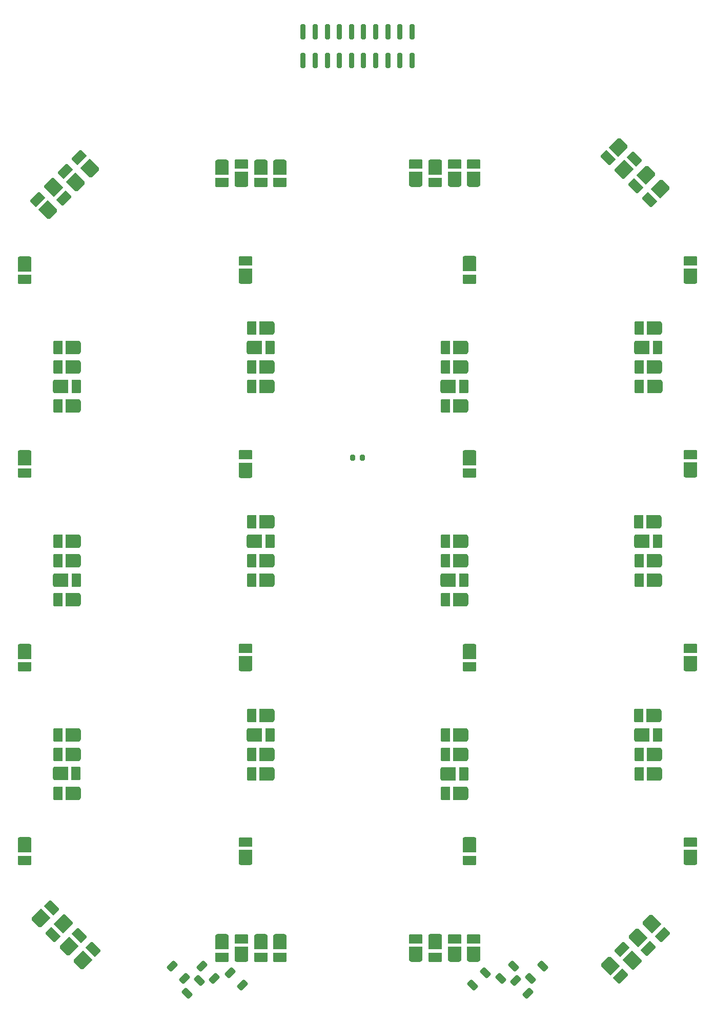
<source format=gtp>
G04 #@! TF.GenerationSoftware,KiCad,Pcbnew,9.0.1-rc2*
G04 #@! TF.CreationDate,2025-11-09T14:34:19-08:00*
G04 #@! TF.ProjectId,bsl_array_v1,62736c5f-6172-4726-9179-5f76312e6b69,2*
G04 #@! TF.SameCoordinates,Original*
G04 #@! TF.FileFunction,Paste,Top*
G04 #@! TF.FilePolarity,Positive*
%FSLAX46Y46*%
G04 Gerber Fmt 4.6, Leading zero omitted, Abs format (unit mm)*
G04 Created by KiCad (PCBNEW 9.0.1-rc2) date 2025-11-09 14:34:19*
%MOMM*%
%LPD*%
G01*
G04 APERTURE LIST*
G04 Aperture macros list*
%AMRoundRect*
0 Rectangle with rounded corners*
0 $1 Rounding radius*
0 $2 $3 $4 $5 $6 $7 $8 $9 X,Y pos of 4 corners*
0 Add a 4 corners polygon primitive as box body*
4,1,4,$2,$3,$4,$5,$6,$7,$8,$9,$2,$3,0*
0 Add four circle primitives for the rounded corners*
1,1,$1+$1,$2,$3*
1,1,$1+$1,$4,$5*
1,1,$1+$1,$6,$7*
1,1,$1+$1,$8,$9*
0 Add four rect primitives between the rounded corners*
20,1,$1+$1,$2,$3,$4,$5,0*
20,1,$1+$1,$4,$5,$6,$7,0*
20,1,$1+$1,$6,$7,$8,$9,0*
20,1,$1+$1,$8,$9,$2,$3,0*%
%AMFreePoly0*
4,1,15,-1.250000,0.770000,-1.238756,0.855410,-1.190320,0.959280,-1.109280,1.040320,-1.005410,1.088756,-0.920000,1.100000,1.250000,1.100000,1.250000,-1.100000,-0.920000,-1.100000,-1.005410,-1.088756,-1.109280,-1.040320,-1.190320,-0.959280,-1.238756,-0.855410,-1.250000,-0.770000,-1.250000,0.770000,-1.250000,0.770000,$1*%
%AMFreePoly1*
4,1,13,-0.775000,1.100000,0.542500,1.100000,0.631474,1.082303,0.706902,1.031902,0.757302,0.956474,0.775000,0.867500,0.775000,-0.867500,0.757302,-0.956474,0.706902,-1.031902,0.631474,-1.082303,0.542500,-1.100000,-0.775000,-1.100000,-0.775000,1.100000,-0.775000,1.100000,$1*%
%AMFreePoly2*
4,1,17,-1.250000,0.660000,-1.242329,0.741801,-1.199011,0.865598,-1.121127,0.971127,-1.015598,1.049011,-0.891801,1.092329,-0.810000,1.100000,1.250000,1.100000,1.250000,-1.100000,-0.810000,-1.100000,-0.891801,-1.092329,-1.015598,-1.049011,-1.121127,-0.971127,-1.199011,-0.865598,-1.242329,-0.741801,-1.250000,-0.660000,-1.250000,0.660000,-1.250000,0.660000,$1*%
G04 Aperture macros list end*
%ADD10RoundRect,0.200000X0.200000X-1.050000X0.200000X1.050000X-0.200000X1.050000X-0.200000X-1.050000X0*%
%ADD11FreePoly0,135.000000*%
%ADD12FreePoly1,135.000000*%
%ADD13FreePoly0,90.000000*%
%ADD14FreePoly1,90.000000*%
%ADD15FreePoly2,270.000000*%
%ADD16FreePoly1,270.000000*%
%ADD17FreePoly0,270.000000*%
%ADD18RoundRect,0.250000X0.220971X-0.662913X0.662913X-0.220971X-0.220971X0.662913X-0.662913X0.220971X0*%
%ADD19FreePoly2,315.000000*%
%ADD20FreePoly1,315.000000*%
%ADD21FreePoly2,180.000000*%
%ADD22FreePoly1,180.000000*%
%ADD23FreePoly2,90.000000*%
%ADD24FreePoly0,0.000000*%
%ADD25FreePoly1,0.000000*%
%ADD26RoundRect,0.250000X-0.662913X-0.220971X-0.220971X-0.662913X0.662913X0.220971X0.220971X0.662913X0*%
%ADD27FreePoly0,315.000000*%
%ADD28FreePoly0,225.000000*%
%ADD29FreePoly1,225.000000*%
%ADD30FreePoly2,135.000000*%
%ADD31FreePoly2,225.000000*%
%ADD32FreePoly2,45.000000*%
%ADD33FreePoly1,45.000000*%
%ADD34FreePoly0,45.000000*%
%ADD35RoundRect,0.200000X-0.200000X-0.275000X0.200000X-0.275000X0.200000X0.275000X-0.200000X0.275000X0*%
%ADD36RoundRect,0.250000X0.662913X0.220971X0.220971X0.662913X-0.662913X-0.220971X-0.220971X-0.662913X0*%
G04 APERTURE END LIST*
D10*
X82000000Y-20100000D03*
X82000000Y-24900000D03*
X84000000Y-20100000D03*
X84000000Y-24900000D03*
X86000000Y-20100000D03*
X86000000Y-24900000D03*
X88000000Y-20100000D03*
X88000000Y-24900000D03*
X90000000Y-20100000D03*
X90000000Y-24900000D03*
X92000000Y-20100000D03*
X92000000Y-24900000D03*
X94000000Y-20100000D03*
X94000000Y-24900000D03*
X96000000Y-20100000D03*
X96000000Y-24900000D03*
X98000000Y-20100000D03*
X98000000Y-24900000D03*
X100000000Y-20100000D03*
X100000000Y-24900000D03*
D11*
X136442462Y-173542462D03*
D12*
X134621662Y-171721662D03*
D13*
X146000000Y-60550000D03*
D14*
X146000000Y-57975000D03*
D15*
X68600000Y-42450000D03*
D16*
X68600000Y-45025000D03*
D17*
X103800000Y-170450000D03*
D16*
X103800000Y-173025000D03*
D18*
X114665856Y-176534144D03*
X116734144Y-174465856D03*
D19*
X132657538Y-174357538D03*
D20*
X134478338Y-176178338D03*
D21*
X44050000Y-81900000D03*
D22*
X41475000Y-81900000D03*
D21*
X76050000Y-142700000D03*
D22*
X73475000Y-142700000D03*
D21*
X108050000Y-145899999D03*
D22*
X105475000Y-145899999D03*
D21*
X108050000Y-139500000D03*
D22*
X105475000Y-139500000D03*
D23*
X110200000Y-172550000D03*
D14*
X110200000Y-169975000D03*
D13*
X72500000Y-60550000D03*
D14*
X72500000Y-57975000D03*
D17*
X103800000Y-42450000D03*
D16*
X103800000Y-45025000D03*
D13*
X71800000Y-172550000D03*
D14*
X71800000Y-169975000D03*
D21*
X44050000Y-145900000D03*
D22*
X41475000Y-145900000D03*
D15*
X78200000Y-42450000D03*
D16*
X78200000Y-45025000D03*
D13*
X71800000Y-44550000D03*
D14*
X71800000Y-41975000D03*
D24*
X105950000Y-110700000D03*
D25*
X108525000Y-110700000D03*
D17*
X36000000Y-90450000D03*
D16*
X36000000Y-93025000D03*
D26*
X117115855Y-176865856D03*
X119184143Y-178934144D03*
D24*
X73950000Y-136300000D03*
D25*
X76525000Y-136300000D03*
D27*
X40715076Y-45815076D03*
D20*
X42535876Y-47635876D03*
D19*
X139557538Y-167457538D03*
D20*
X141378338Y-169278338D03*
D21*
X140050000Y-139500000D03*
D22*
X137475000Y-139500000D03*
D28*
X42442462Y-167457538D03*
D29*
X40621662Y-169278338D03*
D21*
X44050000Y-72300000D03*
D22*
X41475000Y-72300000D03*
D21*
X76050000Y-75500000D03*
D22*
X73475000Y-75500000D03*
D24*
X41925000Y-142675000D03*
D25*
X44500000Y-142675000D03*
D30*
X44500000Y-45000000D03*
D12*
X42679200Y-43179200D03*
D24*
X41950000Y-110700001D03*
D25*
X44525000Y-110700001D03*
D13*
X72500000Y-124550000D03*
D14*
X72500000Y-121975000D03*
D21*
X140100000Y-78700000D03*
D22*
X137525000Y-78700000D03*
D17*
X109500000Y-154450000D03*
D16*
X109500000Y-157025000D03*
D31*
X134142462Y-39157538D03*
D29*
X132321662Y-40978338D03*
D15*
X75000000Y-170450000D03*
D16*
X75000000Y-173025000D03*
D21*
X76050000Y-139500000D03*
D22*
X73475000Y-139500000D03*
D32*
X38657538Y-166642462D03*
D33*
X40478338Y-164821662D03*
D21*
X140050000Y-69100000D03*
D22*
X137475000Y-69100000D03*
D21*
X44050000Y-75500000D03*
D22*
X41475000Y-75500000D03*
D24*
X41950000Y-78700000D03*
D25*
X44525000Y-78700000D03*
D13*
X146000000Y-156550000D03*
D14*
X146000000Y-153975000D03*
D34*
X134957538Y-42942462D03*
D33*
X136778338Y-41121662D03*
D24*
X105950000Y-142700000D03*
D25*
X108525000Y-142700000D03*
D30*
X39900000Y-49600000D03*
D12*
X38079200Y-47779200D03*
D24*
X137950000Y-136300000D03*
D25*
X140525000Y-136300000D03*
D24*
X105950000Y-78700000D03*
D25*
X108525000Y-78700000D03*
D13*
X146000000Y-92550000D03*
D14*
X146000000Y-89975000D03*
D21*
X108050000Y-136300000D03*
D22*
X105475000Y-136300000D03*
D21*
X108050000Y-113899999D03*
D22*
X105475000Y-113899999D03*
D32*
X45557538Y-173542462D03*
D33*
X47378338Y-171721662D03*
D30*
X46800000Y-42700000D03*
D12*
X44979200Y-40879200D03*
D24*
X73950000Y-72300000D03*
D25*
X76525000Y-72300000D03*
D21*
X108050000Y-104300000D03*
D22*
X105475000Y-104300000D03*
D21*
X76050000Y-110700000D03*
D22*
X73475000Y-110700000D03*
D21*
X76050000Y-107500000D03*
D22*
X73475000Y-107500000D03*
D17*
X109500000Y-90450000D03*
D16*
X109500000Y-93025000D03*
D24*
X137950000Y-72300000D03*
D25*
X140525000Y-72300000D03*
D21*
X44050000Y-113900000D03*
D22*
X41475000Y-113900000D03*
D21*
X108050000Y-72300000D03*
D22*
X105475000Y-72300000D03*
D21*
X108050000Y-107500000D03*
D22*
X105475000Y-107500000D03*
D21*
X76050000Y-78700000D03*
D22*
X73475000Y-78700000D03*
D21*
X140050000Y-142700000D03*
D22*
X137475000Y-142700000D03*
D23*
X100600000Y-44550000D03*
D14*
X100600000Y-41975000D03*
D15*
X68600000Y-170450000D03*
D16*
X68600000Y-173025000D03*
D21*
X139975000Y-133075000D03*
D22*
X137400000Y-133075000D03*
D17*
X109500000Y-122450000D03*
D16*
X109500000Y-125025000D03*
D23*
X100600000Y-172550000D03*
D14*
X100600000Y-169975000D03*
D21*
X139975000Y-101075000D03*
D22*
X137400000Y-101075000D03*
D13*
X72500000Y-92575000D03*
D14*
X72500000Y-90000000D03*
D13*
X146000000Y-124550000D03*
D14*
X146000000Y-121975000D03*
D13*
X72500000Y-156550000D03*
D14*
X72500000Y-153975000D03*
D24*
X137950000Y-104300000D03*
D25*
X140525000Y-104300000D03*
D23*
X107000000Y-172550000D03*
D14*
X107000000Y-169975000D03*
D18*
X110015856Y-177634144D03*
X112084144Y-175565856D03*
D21*
X44075000Y-139475000D03*
D22*
X41500000Y-139475000D03*
D21*
X44075000Y-136275000D03*
D22*
X41500000Y-136275000D03*
D21*
X44050001Y-104300000D03*
D22*
X41475001Y-104300000D03*
D23*
X110200000Y-44550000D03*
D14*
X110200000Y-41975000D03*
D21*
X108050000Y-75500000D03*
D22*
X105475000Y-75500000D03*
D21*
X140050000Y-75500000D03*
D22*
X137475000Y-75500000D03*
D21*
X44050000Y-107500000D03*
D22*
X41475000Y-107500000D03*
D21*
X76050000Y-101100001D03*
D22*
X73475000Y-101100001D03*
D17*
X36000000Y-122450000D03*
D16*
X36000000Y-125025000D03*
D21*
X76075000Y-69100000D03*
D22*
X73500000Y-69100000D03*
D15*
X78200000Y-170450000D03*
D16*
X78200000Y-173025000D03*
D35*
X90175000Y-90500000D03*
X91825000Y-90500000D03*
D18*
X62815856Y-178934144D03*
X64884144Y-176865856D03*
D24*
X73950000Y-104300000D03*
D25*
X76525000Y-104300000D03*
D26*
X60365856Y-174465856D03*
X62434144Y-176534144D03*
X65265856Y-174465856D03*
X67334144Y-176534144D03*
D21*
X76050000Y-133100001D03*
D22*
X73475000Y-133100001D03*
D21*
X140050000Y-107500000D03*
D22*
X137475000Y-107500000D03*
D17*
X36000000Y-154450000D03*
D16*
X36000000Y-157025000D03*
D31*
X138742462Y-43757538D03*
D29*
X136921662Y-45578338D03*
D23*
X107000000Y-44550000D03*
D14*
X107000000Y-41975000D03*
D18*
X119565857Y-176534145D03*
X121634145Y-174465857D03*
D31*
X141042462Y-46057538D03*
D29*
X139221662Y-47878338D03*
D17*
X36000000Y-58450000D03*
D16*
X36000000Y-61025000D03*
D36*
X71984144Y-177634144D03*
X69915856Y-175565856D03*
D15*
X75000000Y-42450000D03*
D16*
X75000000Y-45025000D03*
D17*
X109500000Y-58425000D03*
D16*
X109500000Y-61000000D03*
D32*
X43257538Y-171242462D03*
D33*
X45078338Y-169421662D03*
D19*
X137257538Y-169757538D03*
D20*
X139078338Y-171578338D03*
D21*
X108050000Y-81899999D03*
D22*
X105475000Y-81899999D03*
D21*
X140050000Y-110700000D03*
D22*
X137475000Y-110700000D03*
M02*

</source>
